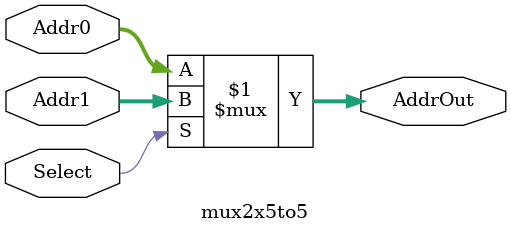
<source format=v>
`timescale 1 ps / 100 fs
module mux2x5to5( AddrOut, Addr0, Addr1, Select);
	output [4:0] AddrOut; // Address Out
	input [4:0] Addr0, Addr1; // Address In 1 and 2
	input Select;
	
	assign AddrOut = (Select) ? Addr1 : Addr0;
endmodule
</source>
